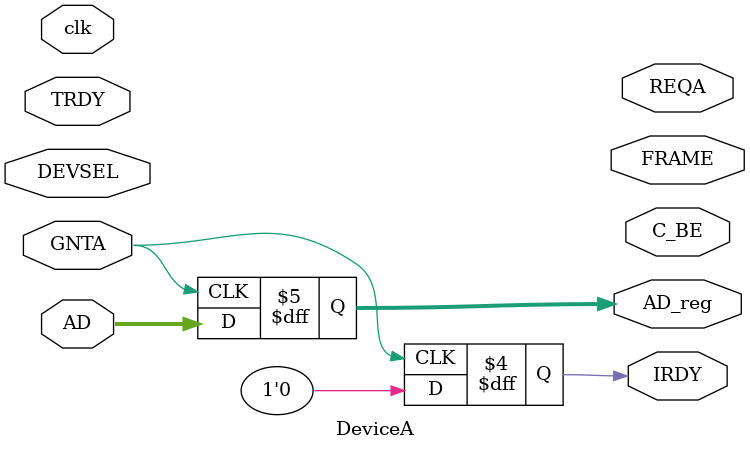
<source format=v>
/**
*This structure of Devices has:
    1-Read Master Side Module
**/

/**
* Read Master Side
**/
module DeviceA(
    input clk,
    input GNTA,
    input DEVSEL,
    input TRDY,
    input [31:0]AD,

    output REQA,
    output FRAME,
    output reg IRDY,
    output reg [31:0]AD_reg,
    output [3:0]C_BE
    );


    reg FRAME_reg;
    reg GNTA_reg ;
    


    always @(negedge GNTA) begin

        FRAME_reg <= 1'b0;
        AD_reg    <= AD;

        IRDY <= #5 1'b0;



    end 
    
    always @(negedge DEVSEL) begin

        TRDY <= 1'b0;
    end 







endmodule
</source>
